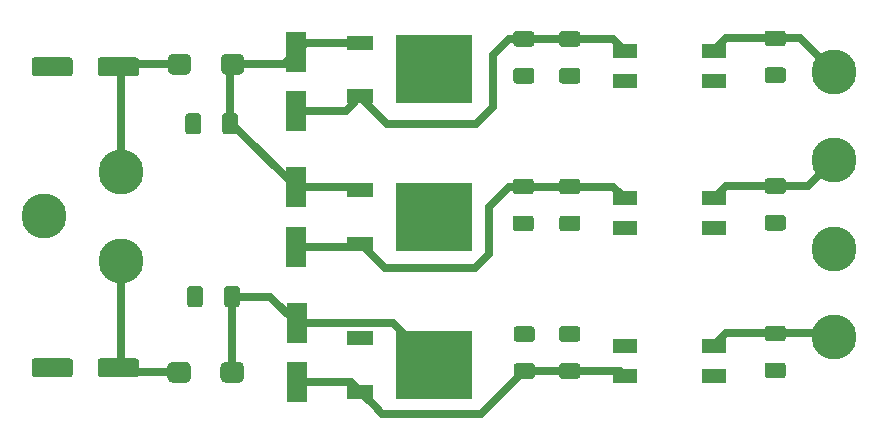
<source format=gbr>
%TF.GenerationSoftware,KiCad,Pcbnew,(5.1.8-0-10_14)*%
%TF.CreationDate,2022-04-27T14:31:31-05:00*%
%TF.ProjectId,PowerBoard,506f7765-7242-46f6-9172-642e6b696361,rev?*%
%TF.SameCoordinates,Original*%
%TF.FileFunction,Copper,L1,Top*%
%TF.FilePolarity,Positive*%
%FSLAX46Y46*%
G04 Gerber Fmt 4.6, Leading zero omitted, Abs format (unit mm)*
G04 Created by KiCad (PCBNEW (5.1.8-0-10_14)) date 2022-04-27 14:31:31*
%MOMM*%
%LPD*%
G01*
G04 APERTURE LIST*
%TA.AperFunction,ComponentPad*%
%ADD10C,3.800000*%
%TD*%
%TA.AperFunction,SMDPad,CuDef*%
%ADD11R,6.400000X5.800000*%
%TD*%
%TA.AperFunction,SMDPad,CuDef*%
%ADD12R,2.200000X1.200000*%
%TD*%
%TA.AperFunction,SMDPad,CuDef*%
%ADD13R,2.000000X1.200000*%
%TD*%
%TA.AperFunction,SMDPad,CuDef*%
%ADD14R,1.800000X3.500000*%
%TD*%
%TA.AperFunction,ViaPad*%
%ADD15C,0.800000*%
%TD*%
%TA.AperFunction,Conductor*%
%ADD16C,0.700000*%
%TD*%
G04 APERTURE END LIST*
D10*
%TO.P,+15,1*%
%TO.N,+15V*%
X116408200Y-71992066D03*
%TD*%
%TO.P,GNDA,1*%
%TO.N,GNDA*%
X116408200Y-79468132D03*
%TD*%
%TO.P,GND,1*%
%TO.N,GND*%
X49580800Y-76720700D03*
%TD*%
%TO.P,-17,1*%
%TO.N,Net-(-17-Pad1)*%
X56032400Y-80492600D03*
%TD*%
%TO.P,-15,1*%
%TO.N,-15V*%
X116408200Y-86944200D03*
%TD*%
%TO.P,+17,1*%
%TO.N,Net-(+17-Pad1)*%
X56032400Y-72948800D03*
%TD*%
%TO.P,+9,1*%
%TO.N,+9V*%
X116408200Y-64516000D03*
%TD*%
%TO.P,L5,2*%
%TO.N,Net-(C4-Pad2)*%
%TA.AperFunction,SMDPad,CuDef*%
G36*
G01*
X64481200Y-90391400D02*
X64481200Y-89491400D01*
G75*
G02*
X64931200Y-89041400I450000J0D01*
G01*
X66031200Y-89041400D01*
G75*
G02*
X66481200Y-89491400I0J-450000D01*
G01*
X66481200Y-90391400D01*
G75*
G02*
X66031200Y-90841400I-450000J0D01*
G01*
X64931200Y-90841400D01*
G75*
G02*
X64481200Y-90391400I0J450000D01*
G01*
G37*
%TD.AperFunction*%
%TO.P,L5,1*%
%TO.N,Net-(-17-Pad1)*%
%TA.AperFunction,SMDPad,CuDef*%
G36*
G01*
X59981200Y-90391400D02*
X59981200Y-89491400D01*
G75*
G02*
X60431200Y-89041400I450000J0D01*
G01*
X61531200Y-89041400D01*
G75*
G02*
X61981200Y-89491400I0J-450000D01*
G01*
X61981200Y-90391400D01*
G75*
G02*
X61531200Y-90841400I-450000J0D01*
G01*
X60431200Y-90841400D01*
G75*
G02*
X59981200Y-90391400I0J450000D01*
G01*
G37*
%TD.AperFunction*%
%TD*%
%TO.P,L4,2*%
%TO.N,Net-(C3-Pad1)*%
%TA.AperFunction,SMDPad,CuDef*%
G36*
G01*
X64506600Y-64305600D02*
X64506600Y-63405600D01*
G75*
G02*
X64956600Y-62955600I450000J0D01*
G01*
X66056600Y-62955600D01*
G75*
G02*
X66506600Y-63405600I0J-450000D01*
G01*
X66506600Y-64305600D01*
G75*
G02*
X66056600Y-64755600I-450000J0D01*
G01*
X64956600Y-64755600D01*
G75*
G02*
X64506600Y-64305600I0J450000D01*
G01*
G37*
%TD.AperFunction*%
%TO.P,L4,1*%
%TO.N,Net-(+17-Pad1)*%
%TA.AperFunction,SMDPad,CuDef*%
G36*
G01*
X60006600Y-64305600D02*
X60006600Y-63405600D01*
G75*
G02*
X60456600Y-62955600I450000J0D01*
G01*
X61556600Y-62955600D01*
G75*
G02*
X62006600Y-63405600I0J-450000D01*
G01*
X62006600Y-64305600D01*
G75*
G02*
X61556600Y-64755600I-450000J0D01*
G01*
X60456600Y-64755600D01*
G75*
G02*
X60006600Y-64305600I0J450000D01*
G01*
G37*
%TD.AperFunction*%
%TD*%
D11*
%TO.P,U3,2*%
%TO.N,GND*%
X82592600Y-64303400D03*
D12*
%TO.P,U3,3*%
%TO.N,Net-(C11-Pad1)*%
X76292600Y-66583400D03*
%TO.P,U3,1*%
%TO.N,Net-(C3-Pad1)*%
X76292600Y-62023400D03*
%TD*%
D11*
%TO.P,U2,2*%
%TO.N,Net-(C4-Pad2)*%
X82592600Y-89290400D03*
D12*
%TO.P,U2,3*%
%TO.N,Net-(C6-Pad2)*%
X76292600Y-91570400D03*
%TO.P,U2,1*%
%TO.N,GND*%
X76292600Y-87010400D03*
%TD*%
D11*
%TO.P,U1,2*%
%TO.N,GND*%
X82592600Y-76796900D03*
D12*
%TO.P,U1,3*%
%TO.N,Net-(C5-Pad1)*%
X76292600Y-79076900D03*
%TO.P,U1,1*%
%TO.N,Net-(C3-Pad1)*%
X76292600Y-74516900D03*
%TD*%
D13*
%TO.P,L3,4*%
%TO.N,+9V*%
X106239000Y-62732600D03*
%TO.P,L3,3*%
%TO.N,GNDA*%
X106239000Y-65272600D03*
%TO.P,L3,2*%
%TO.N,GND*%
X98739000Y-65272600D03*
%TO.P,L3,1*%
%TO.N,Net-(C11-Pad1)*%
X98739000Y-62732600D03*
%TD*%
%TO.P,L2,4*%
%TO.N,-15V*%
X106239000Y-87719600D03*
%TO.P,L2,3*%
%TO.N,GNDA*%
X106239000Y-90259600D03*
%TO.P,L2,2*%
%TO.N,Net-(C6-Pad2)*%
X98739000Y-90259600D03*
%TO.P,L2,1*%
%TO.N,GND*%
X98739000Y-87719600D03*
%TD*%
%TO.P,L1,4*%
%TO.N,+15V*%
X106239000Y-75226100D03*
%TO.P,L1,3*%
%TO.N,GNDA*%
X106239000Y-77766100D03*
%TO.P,L1,2*%
%TO.N,GND*%
X98739000Y-77766100D03*
%TO.P,L1,1*%
%TO.N,Net-(C5-Pad1)*%
X98739000Y-75226100D03*
%TD*%
D14*
%TO.P,D3,2*%
%TO.N,Net-(C11-Pad1)*%
X70916800Y-67803400D03*
%TO.P,D3,1*%
%TO.N,Net-(C3-Pad1)*%
X70916800Y-62803400D03*
%TD*%
%TO.P,D2,2*%
%TO.N,Net-(C4-Pad2)*%
X70967600Y-85790400D03*
%TO.P,D2,1*%
%TO.N,Net-(C6-Pad2)*%
X70967600Y-90790400D03*
%TD*%
%TO.P,D1,2*%
%TO.N,Net-(C5-Pad1)*%
X70840600Y-79296900D03*
%TO.P,D1,1*%
%TO.N,Net-(C3-Pad1)*%
X70840600Y-74296900D03*
%TD*%
%TO.P,C13,2*%
%TO.N,GNDA*%
%TA.AperFunction,SMDPad,CuDef*%
G36*
G01*
X110805199Y-64132600D02*
X112105201Y-64132600D01*
G75*
G02*
X112355200Y-64382599I0J-249999D01*
G01*
X112355200Y-65207601D01*
G75*
G02*
X112105201Y-65457600I-249999J0D01*
G01*
X110805199Y-65457600D01*
G75*
G02*
X110555200Y-65207601I0J249999D01*
G01*
X110555200Y-64382599D01*
G75*
G02*
X110805199Y-64132600I249999J0D01*
G01*
G37*
%TD.AperFunction*%
%TO.P,C13,1*%
%TO.N,+9V*%
%TA.AperFunction,SMDPad,CuDef*%
G36*
G01*
X110805199Y-61007600D02*
X112105201Y-61007600D01*
G75*
G02*
X112355200Y-61257599I0J-249999D01*
G01*
X112355200Y-62082601D01*
G75*
G02*
X112105201Y-62332600I-249999J0D01*
G01*
X110805199Y-62332600D01*
G75*
G02*
X110555200Y-62082601I0J249999D01*
G01*
X110555200Y-61257599D01*
G75*
G02*
X110805199Y-61007600I249999J0D01*
G01*
G37*
%TD.AperFunction*%
%TD*%
%TO.P,C12,2*%
%TO.N,GND*%
%TA.AperFunction,SMDPad,CuDef*%
G36*
G01*
X93406199Y-64183400D02*
X94706201Y-64183400D01*
G75*
G02*
X94956200Y-64433399I0J-249999D01*
G01*
X94956200Y-65258401D01*
G75*
G02*
X94706201Y-65508400I-249999J0D01*
G01*
X93406199Y-65508400D01*
G75*
G02*
X93156200Y-65258401I0J249999D01*
G01*
X93156200Y-64433399D01*
G75*
G02*
X93406199Y-64183400I249999J0D01*
G01*
G37*
%TD.AperFunction*%
%TO.P,C12,1*%
%TO.N,Net-(C11-Pad1)*%
%TA.AperFunction,SMDPad,CuDef*%
G36*
G01*
X93406199Y-61058400D02*
X94706201Y-61058400D01*
G75*
G02*
X94956200Y-61308399I0J-249999D01*
G01*
X94956200Y-62133401D01*
G75*
G02*
X94706201Y-62383400I-249999J0D01*
G01*
X93406199Y-62383400D01*
G75*
G02*
X93156200Y-62133401I0J249999D01*
G01*
X93156200Y-61308399D01*
G75*
G02*
X93406199Y-61058400I249999J0D01*
G01*
G37*
%TD.AperFunction*%
%TD*%
%TO.P,C11,2*%
%TO.N,GND*%
%TA.AperFunction,SMDPad,CuDef*%
G36*
G01*
X89519999Y-64183400D02*
X90820001Y-64183400D01*
G75*
G02*
X91070000Y-64433399I0J-249999D01*
G01*
X91070000Y-65258401D01*
G75*
G02*
X90820001Y-65508400I-249999J0D01*
G01*
X89519999Y-65508400D01*
G75*
G02*
X89270000Y-65258401I0J249999D01*
G01*
X89270000Y-64433399D01*
G75*
G02*
X89519999Y-64183400I249999J0D01*
G01*
G37*
%TD.AperFunction*%
%TO.P,C11,1*%
%TO.N,Net-(C11-Pad1)*%
%TA.AperFunction,SMDPad,CuDef*%
G36*
G01*
X89519999Y-61058400D02*
X90820001Y-61058400D01*
G75*
G02*
X91070000Y-61308399I0J-249999D01*
G01*
X91070000Y-62133401D01*
G75*
G02*
X90820001Y-62383400I-249999J0D01*
G01*
X89519999Y-62383400D01*
G75*
G02*
X89270000Y-62133401I0J249999D01*
G01*
X89270000Y-61308399D01*
G75*
G02*
X89519999Y-61058400I249999J0D01*
G01*
G37*
%TD.AperFunction*%
%TD*%
%TO.P,C10,2*%
%TO.N,GNDA*%
%TA.AperFunction,SMDPad,CuDef*%
G36*
G01*
X110805199Y-89119600D02*
X112105201Y-89119600D01*
G75*
G02*
X112355200Y-89369599I0J-249999D01*
G01*
X112355200Y-90194601D01*
G75*
G02*
X112105201Y-90444600I-249999J0D01*
G01*
X110805199Y-90444600D01*
G75*
G02*
X110555200Y-90194601I0J249999D01*
G01*
X110555200Y-89369599D01*
G75*
G02*
X110805199Y-89119600I249999J0D01*
G01*
G37*
%TD.AperFunction*%
%TO.P,C10,1*%
%TO.N,-15V*%
%TA.AperFunction,SMDPad,CuDef*%
G36*
G01*
X110805199Y-85994600D02*
X112105201Y-85994600D01*
G75*
G02*
X112355200Y-86244599I0J-249999D01*
G01*
X112355200Y-87069601D01*
G75*
G02*
X112105201Y-87319600I-249999J0D01*
G01*
X110805199Y-87319600D01*
G75*
G02*
X110555200Y-87069601I0J249999D01*
G01*
X110555200Y-86244599D01*
G75*
G02*
X110805199Y-85994600I249999J0D01*
G01*
G37*
%TD.AperFunction*%
%TD*%
%TO.P,C9,2*%
%TO.N,GNDA*%
%TA.AperFunction,SMDPad,CuDef*%
G36*
G01*
X110805199Y-76626100D02*
X112105201Y-76626100D01*
G75*
G02*
X112355200Y-76876099I0J-249999D01*
G01*
X112355200Y-77701101D01*
G75*
G02*
X112105201Y-77951100I-249999J0D01*
G01*
X110805199Y-77951100D01*
G75*
G02*
X110555200Y-77701101I0J249999D01*
G01*
X110555200Y-76876099D01*
G75*
G02*
X110805199Y-76626100I249999J0D01*
G01*
G37*
%TD.AperFunction*%
%TO.P,C9,1*%
%TO.N,+15V*%
%TA.AperFunction,SMDPad,CuDef*%
G36*
G01*
X110805199Y-73501100D02*
X112105201Y-73501100D01*
G75*
G02*
X112355200Y-73751099I0J-249999D01*
G01*
X112355200Y-74576101D01*
G75*
G02*
X112105201Y-74826100I-249999J0D01*
G01*
X110805199Y-74826100D01*
G75*
G02*
X110555200Y-74576101I0J249999D01*
G01*
X110555200Y-73751099D01*
G75*
G02*
X110805199Y-73501100I249999J0D01*
G01*
G37*
%TD.AperFunction*%
%TD*%
%TO.P,C8,2*%
%TO.N,Net-(C6-Pad2)*%
%TA.AperFunction,SMDPad,CuDef*%
G36*
G01*
X93406199Y-89170400D02*
X94706201Y-89170400D01*
G75*
G02*
X94956200Y-89420399I0J-249999D01*
G01*
X94956200Y-90245401D01*
G75*
G02*
X94706201Y-90495400I-249999J0D01*
G01*
X93406199Y-90495400D01*
G75*
G02*
X93156200Y-90245401I0J249999D01*
G01*
X93156200Y-89420399D01*
G75*
G02*
X93406199Y-89170400I249999J0D01*
G01*
G37*
%TD.AperFunction*%
%TO.P,C8,1*%
%TO.N,GND*%
%TA.AperFunction,SMDPad,CuDef*%
G36*
G01*
X93406199Y-86045400D02*
X94706201Y-86045400D01*
G75*
G02*
X94956200Y-86295399I0J-249999D01*
G01*
X94956200Y-87120401D01*
G75*
G02*
X94706201Y-87370400I-249999J0D01*
G01*
X93406199Y-87370400D01*
G75*
G02*
X93156200Y-87120401I0J249999D01*
G01*
X93156200Y-86295399D01*
G75*
G02*
X93406199Y-86045400I249999J0D01*
G01*
G37*
%TD.AperFunction*%
%TD*%
%TO.P,C7,2*%
%TO.N,GND*%
%TA.AperFunction,SMDPad,CuDef*%
G36*
G01*
X89469199Y-76676900D02*
X90769201Y-76676900D01*
G75*
G02*
X91019200Y-76926899I0J-249999D01*
G01*
X91019200Y-77751901D01*
G75*
G02*
X90769201Y-78001900I-249999J0D01*
G01*
X89469199Y-78001900D01*
G75*
G02*
X89219200Y-77751901I0J249999D01*
G01*
X89219200Y-76926899D01*
G75*
G02*
X89469199Y-76676900I249999J0D01*
G01*
G37*
%TD.AperFunction*%
%TO.P,C7,1*%
%TO.N,Net-(C5-Pad1)*%
%TA.AperFunction,SMDPad,CuDef*%
G36*
G01*
X89469199Y-73551900D02*
X90769201Y-73551900D01*
G75*
G02*
X91019200Y-73801899I0J-249999D01*
G01*
X91019200Y-74626901D01*
G75*
G02*
X90769201Y-74876900I-249999J0D01*
G01*
X89469199Y-74876900D01*
G75*
G02*
X89219200Y-74626901I0J249999D01*
G01*
X89219200Y-73801899D01*
G75*
G02*
X89469199Y-73551900I249999J0D01*
G01*
G37*
%TD.AperFunction*%
%TD*%
%TO.P,C6,2*%
%TO.N,Net-(C6-Pad2)*%
%TA.AperFunction,SMDPad,CuDef*%
G36*
G01*
X89545399Y-89170400D02*
X90845401Y-89170400D01*
G75*
G02*
X91095400Y-89420399I0J-249999D01*
G01*
X91095400Y-90245401D01*
G75*
G02*
X90845401Y-90495400I-249999J0D01*
G01*
X89545399Y-90495400D01*
G75*
G02*
X89295400Y-90245401I0J249999D01*
G01*
X89295400Y-89420399D01*
G75*
G02*
X89545399Y-89170400I249999J0D01*
G01*
G37*
%TD.AperFunction*%
%TO.P,C6,1*%
%TO.N,GND*%
%TA.AperFunction,SMDPad,CuDef*%
G36*
G01*
X89545399Y-86045400D02*
X90845401Y-86045400D01*
G75*
G02*
X91095400Y-86295399I0J-249999D01*
G01*
X91095400Y-87120401D01*
G75*
G02*
X90845401Y-87370400I-249999J0D01*
G01*
X89545399Y-87370400D01*
G75*
G02*
X89295400Y-87120401I0J249999D01*
G01*
X89295400Y-86295399D01*
G75*
G02*
X89545399Y-86045400I249999J0D01*
G01*
G37*
%TD.AperFunction*%
%TD*%
%TO.P,C5,2*%
%TO.N,GND*%
%TA.AperFunction,SMDPad,CuDef*%
G36*
G01*
X93406199Y-76676900D02*
X94706201Y-76676900D01*
G75*
G02*
X94956200Y-76926899I0J-249999D01*
G01*
X94956200Y-77751901D01*
G75*
G02*
X94706201Y-78001900I-249999J0D01*
G01*
X93406199Y-78001900D01*
G75*
G02*
X93156200Y-77751901I0J249999D01*
G01*
X93156200Y-76926899D01*
G75*
G02*
X93406199Y-76676900I249999J0D01*
G01*
G37*
%TD.AperFunction*%
%TO.P,C5,1*%
%TO.N,Net-(C5-Pad1)*%
%TA.AperFunction,SMDPad,CuDef*%
G36*
G01*
X93406199Y-73551900D02*
X94706201Y-73551900D01*
G75*
G02*
X94956200Y-73801899I0J-249999D01*
G01*
X94956200Y-74626901D01*
G75*
G02*
X94706201Y-74876900I-249999J0D01*
G01*
X93406199Y-74876900D01*
G75*
G02*
X93156200Y-74626901I0J249999D01*
G01*
X93156200Y-73801899D01*
G75*
G02*
X93406199Y-73551900I249999J0D01*
G01*
G37*
%TD.AperFunction*%
%TD*%
%TO.P,C4,2*%
%TO.N,Net-(C4-Pad2)*%
%TA.AperFunction,SMDPad,CuDef*%
G36*
G01*
X64794100Y-84190601D02*
X64794100Y-82890599D01*
G75*
G02*
X65044099Y-82640600I249999J0D01*
G01*
X65869101Y-82640600D01*
G75*
G02*
X66119100Y-82890599I0J-249999D01*
G01*
X66119100Y-84190601D01*
G75*
G02*
X65869101Y-84440600I-249999J0D01*
G01*
X65044099Y-84440600D01*
G75*
G02*
X64794100Y-84190601I0J249999D01*
G01*
G37*
%TD.AperFunction*%
%TO.P,C4,1*%
%TO.N,GND*%
%TA.AperFunction,SMDPad,CuDef*%
G36*
G01*
X61669100Y-84190601D02*
X61669100Y-82890599D01*
G75*
G02*
X61919099Y-82640600I249999J0D01*
G01*
X62744101Y-82640600D01*
G75*
G02*
X62994100Y-82890599I0J-249999D01*
G01*
X62994100Y-84190601D01*
G75*
G02*
X62744101Y-84440600I-249999J0D01*
G01*
X61919099Y-84440600D01*
G75*
G02*
X61669100Y-84190601I0J249999D01*
G01*
G37*
%TD.AperFunction*%
%TD*%
%TO.P,C3,2*%
%TO.N,GND*%
%TA.AperFunction,SMDPad,CuDef*%
G36*
G01*
X62828600Y-68260199D02*
X62828600Y-69560201D01*
G75*
G02*
X62578601Y-69810200I-249999J0D01*
G01*
X61753599Y-69810200D01*
G75*
G02*
X61503600Y-69560201I0J249999D01*
G01*
X61503600Y-68260199D01*
G75*
G02*
X61753599Y-68010200I249999J0D01*
G01*
X62578601Y-68010200D01*
G75*
G02*
X62828600Y-68260199I0J-249999D01*
G01*
G37*
%TD.AperFunction*%
%TO.P,C3,1*%
%TO.N,Net-(C3-Pad1)*%
%TA.AperFunction,SMDPad,CuDef*%
G36*
G01*
X65953600Y-68260199D02*
X65953600Y-69560201D01*
G75*
G02*
X65703601Y-69810200I-249999J0D01*
G01*
X64878599Y-69810200D01*
G75*
G02*
X64628600Y-69560201I0J249999D01*
G01*
X64628600Y-68260199D01*
G75*
G02*
X64878599Y-68010200I249999J0D01*
G01*
X65703601Y-68010200D01*
G75*
G02*
X65953600Y-68260199I0J-249999D01*
G01*
G37*
%TD.AperFunction*%
%TD*%
%TO.P,C2,2*%
%TO.N,Net-(-17-Pad1)*%
%TA.AperFunction,SMDPad,CuDef*%
G36*
G01*
X54085200Y-90110400D02*
X54085200Y-89010400D01*
G75*
G02*
X54335200Y-88760400I250000J0D01*
G01*
X57335200Y-88760400D01*
G75*
G02*
X57585200Y-89010400I0J-250000D01*
G01*
X57585200Y-90110400D01*
G75*
G02*
X57335200Y-90360400I-250000J0D01*
G01*
X54335200Y-90360400D01*
G75*
G02*
X54085200Y-90110400I0J250000D01*
G01*
G37*
%TD.AperFunction*%
%TO.P,C2,1*%
%TO.N,GND*%
%TA.AperFunction,SMDPad,CuDef*%
G36*
G01*
X48485200Y-90110400D02*
X48485200Y-89010400D01*
G75*
G02*
X48735200Y-88760400I250000J0D01*
G01*
X51735200Y-88760400D01*
G75*
G02*
X51985200Y-89010400I0J-250000D01*
G01*
X51985200Y-90110400D01*
G75*
G02*
X51735200Y-90360400I-250000J0D01*
G01*
X48735200Y-90360400D01*
G75*
G02*
X48485200Y-90110400I0J250000D01*
G01*
G37*
%TD.AperFunction*%
%TD*%
%TO.P,C1,2*%
%TO.N,GND*%
%TA.AperFunction,SMDPad,CuDef*%
G36*
G01*
X51985200Y-63534200D02*
X51985200Y-64634200D01*
G75*
G02*
X51735200Y-64884200I-250000J0D01*
G01*
X48735200Y-64884200D01*
G75*
G02*
X48485200Y-64634200I0J250000D01*
G01*
X48485200Y-63534200D01*
G75*
G02*
X48735200Y-63284200I250000J0D01*
G01*
X51735200Y-63284200D01*
G75*
G02*
X51985200Y-63534200I0J-250000D01*
G01*
G37*
%TD.AperFunction*%
%TO.P,C1,1*%
%TO.N,Net-(+17-Pad1)*%
%TA.AperFunction,SMDPad,CuDef*%
G36*
G01*
X57585200Y-63534200D02*
X57585200Y-64634200D01*
G75*
G02*
X57335200Y-64884200I-250000J0D01*
G01*
X54335200Y-64884200D01*
G75*
G02*
X54085200Y-64634200I0J250000D01*
G01*
X54085200Y-63534200D01*
G75*
G02*
X54335200Y-63284200I250000J0D01*
G01*
X57335200Y-63284200D01*
G75*
G02*
X57585200Y-63534200I0J-250000D01*
G01*
G37*
%TD.AperFunction*%
%TD*%
D15*
%TO.N,GNDA*%
X111506000Y-89814400D03*
X106197400Y-90297000D03*
X106248200Y-77749400D03*
X111379000Y-77444600D03*
%TO.N,GND*%
X98856800Y-87655400D03*
X89839800Y-77393800D03*
X99187000Y-77724000D03*
X94157800Y-77368400D03*
X94183200Y-86664800D03*
X90195400Y-86715600D03*
X80391000Y-74803000D03*
X76250800Y-87045800D03*
X62255400Y-83515200D03*
X50063400Y-89560400D03*
X49911000Y-63982600D03*
X62153800Y-69011800D03*
X80441800Y-62255400D03*
X90068400Y-64922400D03*
X94157800Y-64922400D03*
X98856800Y-65303400D03*
%TO.N,GNDA*%
X106146600Y-65303400D03*
X111429800Y-64770000D03*
%TD*%
D16*
%TO.N,Net-(+17-Pad1)*%
X56063800Y-63855600D02*
X55835200Y-64084200D01*
X61006600Y-63855600D02*
X56063800Y-63855600D01*
%TO.N,Net-(-17-Pad1)*%
X56216200Y-89941400D02*
X55835200Y-89560400D01*
X60981200Y-89941400D02*
X56216200Y-89941400D01*
%TO.N,Net-(C5-Pad1)*%
X76072600Y-79296900D02*
X76292600Y-79076900D01*
X70840600Y-79296900D02*
X76072600Y-79296900D01*
X90119200Y-74214400D02*
X94056200Y-74214400D01*
X97727300Y-74214400D02*
X98739000Y-75226100D01*
X94056200Y-74214400D02*
X97727300Y-74214400D01*
X88929800Y-74214400D02*
X90119200Y-74214400D01*
X87223600Y-75920600D02*
X88929800Y-74214400D01*
X87223600Y-79908400D02*
X87223600Y-75920600D01*
X86029800Y-81102200D02*
X87223600Y-79908400D01*
X78409800Y-81102200D02*
X86029800Y-81102200D01*
X76384500Y-79076900D02*
X78409800Y-81102200D01*
X76292600Y-79076900D02*
X76384500Y-79076900D01*
%TO.N,Net-(C6-Pad2)*%
X75512600Y-90790400D02*
X76292600Y-91570400D01*
X70967600Y-90790400D02*
X75512600Y-90790400D01*
X90195400Y-89832900D02*
X94056200Y-89832900D01*
X98312300Y-89832900D02*
X98739000Y-90259600D01*
X94056200Y-89832900D02*
X98312300Y-89832900D01*
X77462601Y-92740401D02*
X77462601Y-92753401D01*
X76292600Y-91570400D02*
X77462601Y-92740401D01*
X77462601Y-92753401D02*
X78155800Y-93446600D01*
X86581700Y-93446600D02*
X90195400Y-89832900D01*
X78155800Y-93446600D02*
X86581700Y-93446600D01*
%TO.N,+15V*%
X107301500Y-74163600D02*
X106239000Y-75226100D01*
X111455200Y-74163600D02*
X107301500Y-74163600D01*
X114236666Y-74163600D02*
X116408200Y-71992066D01*
X111455200Y-74163600D02*
X114236666Y-74163600D01*
%TO.N,-15V*%
X107301500Y-86657100D02*
X106239000Y-87719600D01*
X111455200Y-86657100D02*
X107301500Y-86657100D01*
X116121100Y-86657100D02*
X116408200Y-86944200D01*
X111455200Y-86657100D02*
X116121100Y-86657100D01*
%TO.N,Net-(C11-Pad1)*%
X75072600Y-67803400D02*
X76292600Y-66583400D01*
X70916800Y-67803400D02*
X75072600Y-67803400D01*
X90170000Y-61720900D02*
X94056200Y-61720900D01*
X97727300Y-61720900D02*
X98739000Y-62732600D01*
X94056200Y-61720900D02*
X97727300Y-61720900D01*
X87553800Y-63119000D02*
X88951900Y-61720900D01*
X88951900Y-61720900D02*
X90170000Y-61720900D01*
X76292600Y-66666000D02*
X78587600Y-68961000D01*
X87553800Y-67487800D02*
X87553800Y-63119000D01*
X86080600Y-68961000D02*
X87553800Y-67487800D01*
X78587600Y-68961000D02*
X86080600Y-68961000D01*
X76292600Y-66583400D02*
X76292600Y-66666000D01*
%TO.N,+9V*%
X107301500Y-61670100D02*
X106239000Y-62732600D01*
X111455200Y-61670100D02*
X107301500Y-61670100D01*
X113562300Y-61670100D02*
X116408200Y-64516000D01*
X111455200Y-61670100D02*
X113562300Y-61670100D01*
%TO.N,Net-(C3-Pad1)*%
X71696800Y-62023400D02*
X70916800Y-62803400D01*
X76292600Y-62023400D02*
X71696800Y-62023400D01*
X76072600Y-74296900D02*
X76292600Y-74516900D01*
X70840600Y-74296900D02*
X76072600Y-74296900D01*
X69864600Y-63855600D02*
X70916800Y-62803400D01*
X65506600Y-63855600D02*
X69864600Y-63855600D01*
X65291100Y-64071100D02*
X65506600Y-63855600D01*
X65291100Y-68910200D02*
X65291100Y-64071100D01*
X65453900Y-68910200D02*
X70840600Y-74296900D01*
X65291100Y-68910200D02*
X65453900Y-68910200D01*
%TO.N,Net-(C4-Pad2)*%
X79092600Y-85790400D02*
X82592600Y-89290400D01*
X70967600Y-85790400D02*
X79092600Y-85790400D01*
X68717800Y-83540600D02*
X70967600Y-85790400D01*
X65456600Y-83540600D02*
X68717800Y-83540600D01*
X65481200Y-83565200D02*
X65456600Y-83540600D01*
X65481200Y-89941400D02*
X65481200Y-83565200D01*
%TO.N,Net-(+17-Pad1)*%
X56032400Y-64281400D02*
X55835200Y-64084200D01*
X56032400Y-72948800D02*
X56032400Y-64281400D01*
%TO.N,Net-(-17-Pad1)*%
X56032400Y-89363200D02*
X55835200Y-89560400D01*
X56032400Y-80492600D02*
X56032400Y-89363200D01*
%TD*%
M02*

</source>
